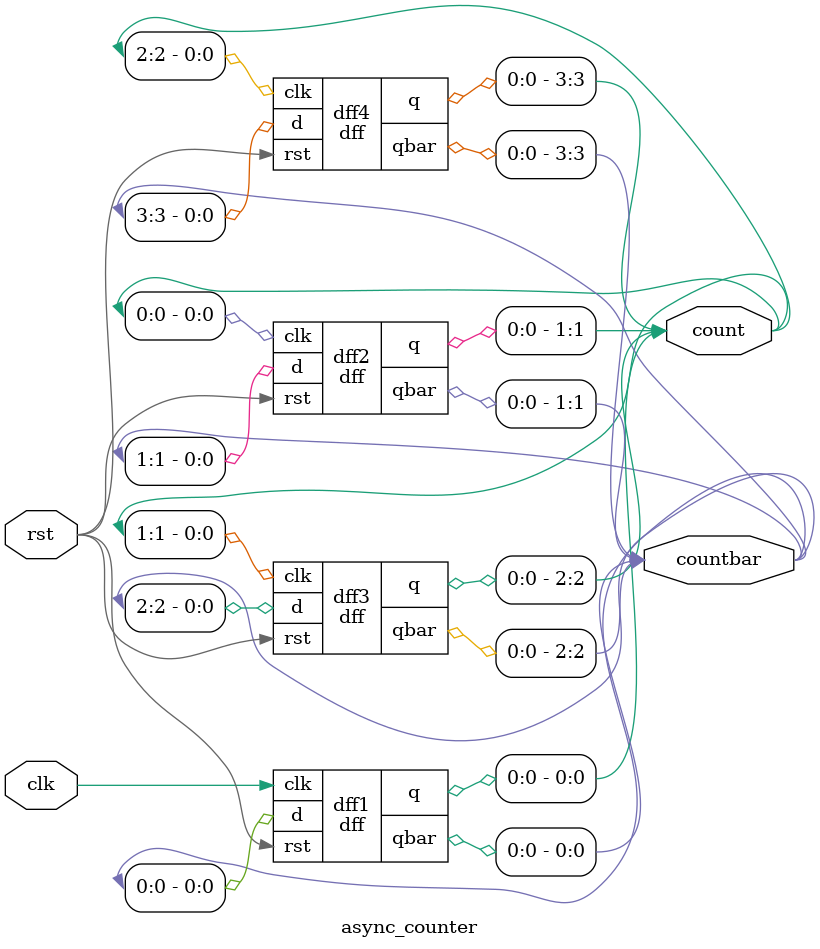
<source format=v>
`timescale 1ns / 1ps

//////////////////////////////////////////////////////////////////////////////////
module dff(q,qbar,clk,rst,d);
	output reg q;
	output qbar;
	input clk, rst;
	input d;

	assign qbar = ~q;

	always @(posedge clk, posedge rst)
	begin
		if (rst)
			q <= 0;
		else
			q <= d;
	end
endmodule

module async_counter(count,countbar,clk,rst);
  input clk, rst;
  output [3:0] count, countbar;
    dff dff1(count[0],countbar[0],clk     ,rst,countbar[0]);
  dff dff2(count[1],countbar[1],count[0],rst,countbar[1]);
 dff dff3(count[2],countbar[2],count[1],rst,countbar[2]);
  dff dff4(count[3],countbar[3],count[2],rst,countbar[3]);
  
endmodule 
</source>
